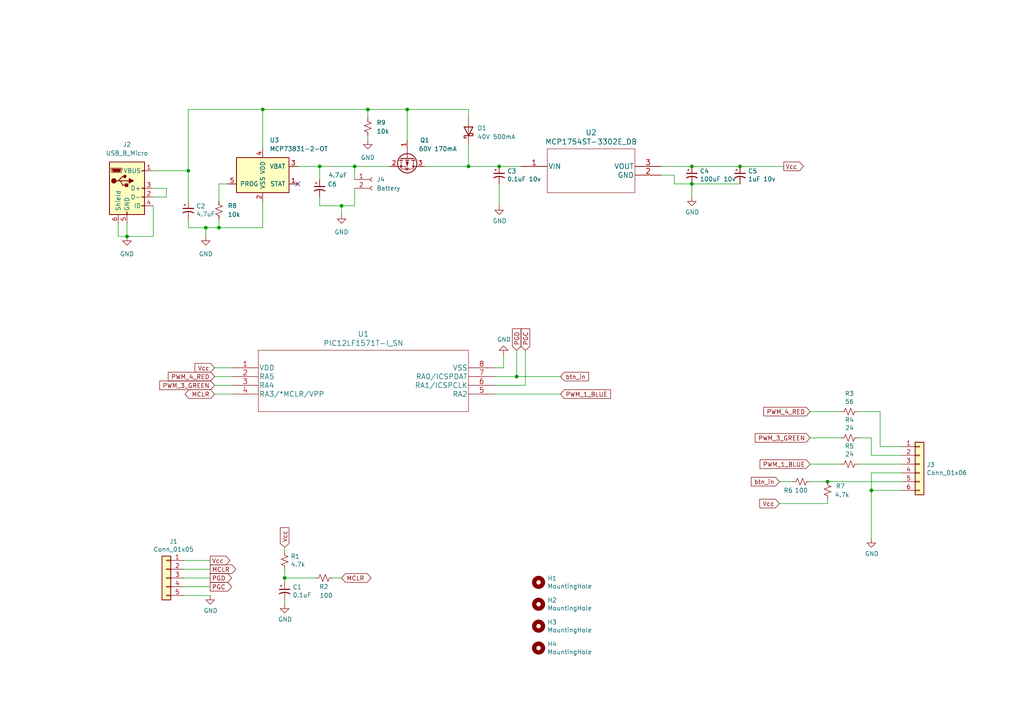
<source format=kicad_sch>
(kicad_sch (version 20211123) (generator eeschema)
  (paper "A4")
  (lib_symbols
    (symbol "Battery_Management:MCP73831-2-OT" (pin_names (offset 1.016))
      (property "Reference" "U" (at -7.62 6.35 0))
      (property "Value" "MCP73831-2-OT" (at 1.27 6.35 0))
      (symbol "MCP73831-2-OT_0_1"
        (rectangle (start -7.62 5.08) (end 7.62 -5.08) (stroke (width 0.254)) (fill (type background)))
      )
      (symbol "MCP73831-2-OT_1_1"
        (pin output line (at 10.16 -2.54 180) (length 2.54) (name "STAT") (number "1"))
        (pin power_in line (at 0 -7.62 90) (length 2.54) (name "VSS") (number "2"))
        (pin power_out line (at 10.16 2.54 180) (length 2.54) (name "VBAT") (number "3"))
        (pin power_in line (at 0 7.62 270) (length 2.54) (name "VDD") (number "4"))
        (pin input line (at -10.16 -2.54 0) (length 2.54) (name "PROG") (number "5"))
      )
    )
    (symbol "Connector:Conn_01x02_Female" (pin_names (offset 1.016) hide)
      (property "Reference" "J" (at 0 2.54 0))
      (property "Value" "Conn_01x02_Female" (at 0 -5.08 0))
      (symbol "Conn_01x02_Female_1_1"
        (arc (start 0 -2.032) (mid -0.508 -2.54) (end 0 -3.048) (stroke (width 0.1524)))
        (polyline (pts (xy -1.27 -2.54) (xy -0.508 -2.54)) (stroke (width 0.1524)))
        (polyline (pts (xy -1.27 0) (xy -0.508 0)) (stroke (width 0.1524)))
        (arc (start 0 0.508) (mid -0.508 0) (end 0 -0.508) (stroke (width 0.1524)))
        (pin passive line (at -5.08 0 0) (length 3.81) (name "Pin_1") (number "1"))
        (pin passive line (at -5.08 -2.54 0) (length 3.81) (name "Pin_2") (number "2"))
      )
    )
    (symbol "Connector:USB_B_Micro" (pin_names (offset 1.016))
      (property "Reference" "J" (at -5.08 11.43 0))
      (property "Value" "USB_B_Micro" (at -5.08 8.89 0))
      (symbol "USB_B_Micro_0_1"
        (rectangle (start -5.08 -7.62) (end 5.08 7.62) (stroke (width 0.254)) (fill (type background)))
        (circle (center -3.81 2.159) (radius 0.635) (stroke (width 0.254)) (fill (type outline)))
        (circle (center -0.635 3.429) (radius 0.381) (stroke (width 0.254)) (fill (type outline)))
        (rectangle (start -0.127 -7.62) (end 0.127 -6.858))
        (polyline (pts (xy -1.905 2.159) (xy 0.635 2.159)) (stroke (width 0.254)))
        (polyline (pts (xy -3.175 2.159) (xy -2.54 2.159) (xy -1.27 3.429) (xy -0.635 3.429)) (stroke (width 0.254)))
        (polyline (pts (xy -2.54 2.159) (xy -1.905 2.159) (xy -1.27 0.889) (xy 0 0.889)) (stroke (width 0.254)))
        (polyline (pts (xy 0.635 2.794) (xy 0.635 1.524) (xy 1.905 2.159) (xy 0.635 2.794)) (stroke (width 0.254)) (fill (type outline)))
        (polyline (pts (xy -4.318 5.588) (xy -1.778 5.588) (xy -2.032 4.826) (xy -4.064 4.826) (xy -4.318 5.588)) (fill (type outline)))
        (polyline (pts (xy -4.699 5.842) (xy -4.699 5.588) (xy -4.445 4.826) (xy -4.445 4.572) (xy -1.651 4.572) (xy -1.651 4.826) (xy -1.397 5.588) (xy -1.397 5.842) (xy -4.699 5.842)))
        (rectangle (start 0.254 1.27) (end -0.508 0.508) (stroke (width 0.254)) (fill (type outline)))
        (rectangle (start 5.08 -5.207) (end 4.318 -4.953))
        (rectangle (start 5.08 -2.667) (end 4.318 -2.413))
        (rectangle (start 5.08 -0.127) (end 4.318 0.127))
        (rectangle (start 5.08 4.953) (end 4.318 5.207))
      )
      (symbol "USB_B_Micro_1_1"
        (pin power_out line (at 7.62 5.08 180) (length 2.54) (name "VBUS") (number "1"))
        (pin bidirectional line (at 7.62 -2.54 180) (length 2.54) (name "D-") (number "2"))
        (pin bidirectional line (at 7.62 0 180) (length 2.54) (name "D+") (number "3"))
        (pin passive line (at 7.62 -5.08 180) (length 2.54) (name "ID") (number "4"))
        (pin power_out line (at 0 -10.16 90) (length 2.54) (name "GND") (number "5"))
        (pin passive line (at -2.54 -10.16 90) (length 2.54) (name "Shield") (number "6"))
      )
    )
    (symbol "Connector_Generic:Conn_01x05" (pin_names (offset 1.016) hide)
      (property "Reference" "J" (at 0 7.62 0))
      (property "Value" "Conn_01x05" (at 0 -7.62 0))
      (symbol "Conn_01x05_1_1"
        (rectangle (start -1.27 -4.953) (end 0 -5.207) (stroke (width 0.1524)))
        (rectangle (start -1.27 -2.413) (end 0 -2.667) (stroke (width 0.1524)))
        (rectangle (start -1.27 0.127) (end 0 -0.127) (stroke (width 0.1524)))
        (rectangle (start -1.27 2.667) (end 0 2.413) (stroke (width 0.1524)))
        (rectangle (start -1.27 5.207) (end 0 4.953) (stroke (width 0.1524)))
        (rectangle (start -1.27 6.35) (end 1.27 -6.35) (stroke (width 0.254)) (fill (type background)))
        (pin passive line (at -5.08 5.08 0) (length 3.81) (name "Pin_1") (number "1"))
        (pin passive line (at -5.08 2.54 0) (length 3.81) (name "Pin_2") (number "2"))
        (pin passive line (at -5.08 0 0) (length 3.81) (name "Pin_3") (number "3"))
        (pin passive line (at -5.08 -2.54 0) (length 3.81) (name "Pin_4") (number "4"))
        (pin passive line (at -5.08 -5.08 0) (length 3.81) (name "Pin_5") (number "5"))
      )
    )
    (symbol "Connector_Generic:Conn_01x06" (pin_names (offset 1.016) hide)
      (property "Reference" "J" (at 0 7.62 0))
      (property "Value" "Conn_01x06" (at 0 -10.16 0))
      (symbol "Conn_01x06_1_1"
        (rectangle (start -1.27 -7.493) (end 0 -7.747) (stroke (width 0.1524)))
        (rectangle (start -1.27 -4.953) (end 0 -5.207) (stroke (width 0.1524)))
        (rectangle (start -1.27 -2.413) (end 0 -2.667) (stroke (width 0.1524)))
        (rectangle (start -1.27 0.127) (end 0 -0.127) (stroke (width 0.1524)))
        (rectangle (start -1.27 2.667) (end 0 2.413) (stroke (width 0.1524)))
        (rectangle (start -1.27 5.207) (end 0 4.953) (stroke (width 0.1524)))
        (rectangle (start -1.27 6.35) (end 1.27 -8.89) (stroke (width 0.254)) (fill (type background)))
        (pin passive line (at -5.08 5.08 0) (length 3.81) (name "Pin_1") (number "1"))
        (pin passive line (at -5.08 2.54 0) (length 3.81) (name "Pin_2") (number "2"))
        (pin passive line (at -5.08 0 0) (length 3.81) (name "Pin_3") (number "3"))
        (pin passive line (at -5.08 -2.54 0) (length 3.81) (name "Pin_4") (number "4"))
        (pin passive line (at -5.08 -5.08 0) (length 3.81) (name "Pin_5") (number "5"))
        (pin passive line (at -5.08 -7.62 0) (length 3.81) (name "Pin_6") (number "6"))
      )
    )
    (symbol "Device:D_Schottky" (pin_numbers hide) (pin_names (offset 1.016) hide)
      (property "Reference" "D" (at 0 2.54 0))
      (property "Value" "D_Schottky" (at 0 -2.54 0))
      (symbol "D_Schottky_0_1"
        (polyline (pts (xy 1.27 0) (xy -1.27 0)))
        (polyline (pts (xy 1.27 1.27) (xy 1.27 -1.27) (xy -1.27 0) (xy 1.27 1.27)) (stroke (width 0.254)))
        (polyline (pts (xy -1.905 0.635) (xy -1.905 1.27) (xy -1.27 1.27) (xy -1.27 -1.27) (xy -0.635 -1.27) (xy -0.635 -0.635)) (stroke (width 0.254)))
      )
      (symbol "D_Schottky_1_1"
        (pin passive line (at -3.81 0 0) (length 2.54) (name "K") (number "1"))
        (pin passive line (at 3.81 0 180) (length 2.54) (name "A") (number "2"))
      )
    )
    (symbol "Device:Q_PMOS_GSD" (pin_names (offset 0) hide)
      (property "Reference" "Q" (at 5.08 1.27 0))
      (property "Value" "Q_PMOS_GSD" (at 5.08 -1.27 0))
      (symbol "Q_PMOS_GSD_0_1"
        (polyline (pts (xy 0.254 0) (xy -2.54 0)))
        (polyline (pts (xy 0.254 1.905) (xy 0.254 -1.905)) (stroke (width 0.254)))
        (polyline (pts (xy 0.762 -1.27) (xy 0.762 -2.286)) (stroke (width 0.254)))
        (polyline (pts (xy 0.762 0.508) (xy 0.762 -0.508)) (stroke (width 0.254)))
        (polyline (pts (xy 0.762 2.286) (xy 0.762 1.27)) (stroke (width 0.254)))
        (polyline (pts (xy 2.54 2.54) (xy 2.54 1.778)))
        (polyline (pts (xy 2.54 -2.54) (xy 2.54 0) (xy 0.762 0)))
        (polyline (pts (xy 0.762 1.778) (xy 3.302 1.778) (xy 3.302 -1.778) (xy 0.762 -1.778)))
        (polyline (pts (xy 2.286 0) (xy 1.27 0.381) (xy 1.27 -0.381) (xy 2.286 0)) (fill (type outline)))
        (polyline (pts (xy 2.794 -0.508) (xy 2.921 -0.381) (xy 3.683 -0.381) (xy 3.81 -0.254)))
        (polyline (pts (xy 3.302 -0.381) (xy 2.921 0.254) (xy 3.683 0.254) (xy 3.302 -0.381)))
        (circle (center 1.651 0) (radius 2.794) (stroke (width 0.254)))
        (circle (center 2.54 -1.778) (radius 0.254) (fill (type outline)))
        (circle (center 2.54 1.778) (radius 0.254) (fill (type outline)))
      )
      (symbol "Q_PMOS_GSD_1_1"
        (pin input line (at -5.08 0 0) (length 2.54) (name "G") (number "1"))
        (pin passive line (at 2.54 -5.08 90) (length 2.54) (name "S") (number "2"))
        (pin passive line (at 2.54 5.08 270) (length 2.54) (name "D") (number "3"))
      )
    )
    (symbol "Device:R_Small_US" (pin_numbers hide) (pin_names (offset 0.254) hide)
      (property "Reference" "R" (at 0.762 0.508 0))
      (property "Value" "R_Small_US" (at 0.762 -1.016 0))
      (symbol "R_Small_US_1_1"
        (polyline (pts (xy 0 0) (xy 1.016 -0.381) (xy 0 -0.762) (xy -1.016 -1.143) (xy 0 -1.524)))
        (polyline (pts (xy 0 1.524) (xy 1.016 1.143) (xy 0 0.762) (xy -1.016 0.381) (xy 0 0)))
        (pin passive line (at 0 2.54 270) (length 1.016) (name "~") (number "1"))
        (pin passive line (at 0 -2.54 90) (length 1.016) (name "~") (number "2"))
      )
    )
    (symbol "Mechanical:MountingHole" (pin_names (offset 1.016))
      (property "Reference" "H" (at 0 5.08 0))
      (property "Value" "MountingHole" (at 0 3.175 0))
      (symbol "MountingHole_0_1"
        (circle (center 0 0) (radius 1.27) (stroke (width 1.27)))
      )
    )
    (symbol "Pokeball_xs-rescue:CP1_Small-Device" (pin_numbers hide) (pin_names (offset 0.254) hide)
      (property "Reference" "C" (at 0.254 1.778 0))
      (property "Value" "CP1_Small-Device" (at 0.254 -2.032 0))
      (symbol "CP1_Small-Device_0_1"
        (polyline (pts (xy -1.524 0.508) (xy 1.524 0.508)) (stroke (width 0.3048)))
        (polyline (pts (xy -1.27 1.524) (xy -0.762 1.524)))
        (polyline (pts (xy -1.016 1.27) (xy -1.016 1.778)))
        (arc (start 1.524 -0.762) (mid 0 -0.3734) (end -1.524 -0.762) (stroke (width 0.3048)))
      )
      (symbol "CP1_Small-Device_1_1"
        (pin passive line (at 0 2.54 270) (length 2.032) (name "~") (number "1"))
        (pin passive line (at 0 -2.54 90) (length 2.032) (name "~") (number "2"))
      )
    )
    (symbol "Pokeball_xs-rescue:MCP1754ST-3302E_DB-MCP1754ST-3302E-DB" (pin_names (offset 0.254))
      (property "Reference" "U" (at 20.32 10.16 0))
      (property "Value" "MCP1754ST-3302E_DB-MCP1754ST-3302E-DB" (at 20.32 7.62 0))
      (symbol "MCP1754ST-3302E_DB-MCP1754ST-3302E-DB_1_1"
        (polyline (pts (xy 7.62 -7.62) (xy 33.02 -7.62)) (stroke (width 0.127)))
        (polyline (pts (xy 7.62 5.08) (xy 7.62 -7.62)) (stroke (width 0.127)))
        (polyline (pts (xy 33.02 -7.62) (xy 33.02 5.08)) (stroke (width 0.127)))
        (polyline (pts (xy 33.02 5.08) (xy 7.62 5.08)) (stroke (width 0.127)))
        (pin input line (at 0 0 0) (length 7.62) (name "VIN") (number "1"))
        (pin power_in line (at 40.64 -2.54 180) (length 7.62) (name "GND") (number "2"))
        (pin output line (at 40.64 0 180) (length 7.62) (name "VOUT") (number "3"))
      )
    )
    (symbol "Pokeball_xs-rescue:PIC12LF1571T-I_SN-PIC12LF1571T-I-SN" (pin_names (offset 0.254))
      (property "Reference" "U" (at 38.1 10.16 0))
      (property "Value" "PIC12LF1571T-I_SN-PIC12LF1571T-I-SN" (at 38.1 7.62 0))
      (symbol "PIC12LF1571T-I_SN-PIC12LF1571T-I-SN_1_1"
        (polyline (pts (xy 7.62 -12.7) (xy 68.58 -12.7)) (stroke (width 0.127)))
        (polyline (pts (xy 7.62 5.08) (xy 7.62 -12.7)) (stroke (width 0.127)))
        (polyline (pts (xy 68.58 -12.7) (xy 68.58 5.08)) (stroke (width 0.127)))
        (polyline (pts (xy 68.58 5.08) (xy 7.62 5.08)) (stroke (width 0.127)))
        (pin power_in line (at 0 0 0) (length 7.62) (name "VDD") (number "1"))
        (pin bidirectional line (at 0 -2.54 0) (length 7.62) (name "RA5") (number "2"))
        (pin bidirectional line (at 0 -5.08 0) (length 7.62) (name "RA4") (number "3"))
        (pin bidirectional line (at 0 -7.62 0) (length 7.62) (name "RA3/*MCLR/VPP") (number "4"))
        (pin bidirectional line (at 76.2 -7.62 180) (length 7.62) (name "RA2") (number "5"))
        (pin bidirectional line (at 76.2 -5.08 180) (length 7.62) (name "RA1/ICSPCLK") (number "6"))
        (pin bidirectional line (at 76.2 -2.54 180) (length 7.62) (name "RA0/ICSPDAT") (number "7"))
        (pin power_in line (at 76.2 0 180) (length 7.62) (name "VSS") (number "8"))
      )
    )
    (symbol "power:GND" (power) (pin_names (offset 0))
      (property "Value" "GND" (at 0 -3.81 0))
      (symbol "GND_0_1"
        (polyline (pts (xy 0 0) (xy 0 -1.27) (xy 1.27 -1.27) (xy 0 -2.54) (xy -1.27 -1.27) (xy 0 -1.27)))
      )
      (symbol "GND_1_1"
        (pin power_in line (at 0 0 270) (length 0) hide (name "GND") (number "1"))
      )
    )
  )
  (junction (at 252.73 142.24))
  (junction (at 102.87 48.26))
  (junction (at 63.5 66.04))
  (junction (at 214.63 48.26))
  (junction (at 36.83 68.58))
  (junction (at 200.66 53.34))
  (junction (at 92.71 48.26))
  (junction (at 54.61 49.53))
  (junction (at 59.69 66.04))
  (junction (at 149.86 109.22))
  (junction (at 200.66 48.26))
  (junction (at 144.78 48.26))
  (junction (at 135.89 48.26))
  (junction (at 76.2 31.75))
  (junction (at 118.11 31.75))
  (junction (at 106.68 31.75))
  (junction (at 82.55 167.64))
  (junction (at 99.06 59.69))
  (junction (at 240.03 139.7))
  (no_connect (at 86.36 53.34))
  (wire (pts (xy 252.73 142.24) (xy 252.73 137.16)))
  (wire (pts (xy 149.86 109.22) (xy 143.51 109.22)))
  (wire (pts (xy 106.68 31.75) (xy 106.68 34.29)))
  (wire (pts (xy 59.69 66.04) (xy 63.5 66.04)))
  (wire (pts (xy 144.78 48.26) (xy 151.13 48.26)))
  (wire (pts (xy 82.55 165.1) (xy 82.55 167.64)))
  (wire (pts (xy 118.11 31.75) (xy 135.89 31.75)))
  (wire (pts (xy 53.34 162.56) (xy 60.96 162.56)))
  (wire (pts (xy 53.34 170.18) (xy 60.96 170.18)))
  (wire (pts (xy 252.73 127) (xy 252.73 132.08)))
  (wire (pts (xy 135.89 41.91) (xy 135.89 48.26)))
  (wire (pts (xy 82.55 167.64) (xy 82.55 168.91)))
  (wire (pts (xy 82.55 167.64) (xy 91.44 167.64)))
  (wire (pts (xy 59.69 66.04) (xy 59.69 68.58)))
  (wire (pts (xy 252.73 137.16) (xy 261.62 137.16)))
  (wire (pts (xy 255.27 129.54) (xy 261.62 129.54)))
  (wire (pts (xy 76.2 31.75) (xy 54.61 31.75)))
  (wire (pts (xy 118.11 40.64) (xy 118.11 31.75)))
  (wire (pts (xy 34.29 64.77) (xy 34.29 68.58)))
  (wire (pts (xy 248.92 134.62) (xy 261.62 134.62)))
  (wire (pts (xy 63.5 53.34) (xy 66.04 53.34)))
  (wire (pts (xy 92.71 59.69) (xy 99.06 59.69)))
  (wire (pts (xy 62.23 111.76) (xy 67.31 111.76)))
  (wire (pts (xy 255.27 119.38) (xy 255.27 129.54)))
  (wire (pts (xy 92.71 48.26) (xy 102.87 48.26)))
  (wire (pts (xy 240.03 146.05) (xy 240.03 144.78)))
  (wire (pts (xy 102.87 54.61) (xy 102.87 59.69)))
  (wire (pts (xy 102.87 48.26) (xy 113.03 48.26)))
  (wire (pts (xy 63.5 66.04) (xy 63.5 63.5)))
  (wire (pts (xy 200.66 48.26) (xy 214.63 48.26)))
  (wire (pts (xy 252.73 156.21) (xy 252.73 142.24)))
  (wire (pts (xy 195.58 50.8) (xy 195.58 53.34)))
  (wire (pts (xy 44.45 49.53) (xy 54.61 49.53)))
  (wire (pts (xy 63.5 58.42) (xy 63.5 53.34)))
  (wire (pts (xy 54.61 31.75) (xy 54.61 49.53)))
  (wire (pts (xy 54.61 66.04) (xy 59.69 66.04)))
  (wire (pts (xy 76.2 58.42) (xy 76.2 66.04)))
  (wire (pts (xy 34.29 68.58) (xy 36.83 68.58)))
  (wire (pts (xy 248.92 119.38) (xy 255.27 119.38)))
  (wire (pts (xy 200.66 53.34) (xy 214.63 53.34)))
  (wire (pts (xy 214.63 48.26) (xy 227.33 48.26)))
  (wire (pts (xy 152.4 111.76) (xy 143.51 111.76)))
  (wire (pts (xy 135.89 34.29) (xy 135.89 31.75)))
  (wire (pts (xy 36.83 64.77) (xy 36.83 68.58)))
  (wire (pts (xy 106.68 39.37) (xy 106.68 40.64)))
  (wire (pts (xy 240.03 139.7) (xy 261.62 139.7)))
  (wire (pts (xy 53.34 167.64) (xy 60.96 167.64)))
  (wire (pts (xy 76.2 43.18) (xy 76.2 31.75)))
  (wire (pts (xy 102.87 48.26) (xy 102.87 52.07)))
  (wire (pts (xy 143.51 114.3) (xy 162.56 114.3)))
  (wire (pts (xy 118.11 31.75) (xy 106.68 31.75)))
  (wire (pts (xy 143.51 106.68) (xy 146.05 106.68)))
  (wire (pts (xy 96.52 167.64) (xy 99.06 167.64)))
  (wire (pts (xy 62.23 114.3) (xy 67.31 114.3)))
  (wire (pts (xy 248.92 127) (xy 252.73 127)))
  (wire (pts (xy 146.05 106.68) (xy 146.05 102.87)))
  (wire (pts (xy 62.23 106.68) (xy 67.31 106.68)))
  (wire (pts (xy 44.45 68.58) (xy 36.83 68.58)))
  (wire (pts (xy 99.06 59.69) (xy 99.06 62.23)))
  (wire (pts (xy 135.89 48.26) (xy 144.78 48.26)))
  (wire (pts (xy 234.95 127) (xy 243.84 127)))
  (wire (pts (xy 106.68 31.75) (xy 76.2 31.75)))
  (wire (pts (xy 252.73 132.08) (xy 261.62 132.08)))
  (wire (pts (xy 195.58 53.34) (xy 200.66 53.34)))
  (wire (pts (xy 261.62 142.24) (xy 252.73 142.24)))
  (wire (pts (xy 53.34 165.1) (xy 60.96 165.1)))
  (wire (pts (xy 44.45 54.61) (xy 48.26 54.61)))
  (wire (pts (xy 200.66 53.34) (xy 200.66 57.15)))
  (wire (pts (xy 234.95 119.38) (xy 243.84 119.38)))
  (wire (pts (xy 149.86 101.6) (xy 149.86 109.22)))
  (wire (pts (xy 234.95 134.62) (xy 243.84 134.62)))
  (wire (pts (xy 191.77 50.8) (xy 195.58 50.8)))
  (wire (pts (xy 149.86 109.22) (xy 162.56 109.22)))
  (wire (pts (xy 54.61 49.53) (xy 54.61 58.42)))
  (wire (pts (xy 53.34 172.72) (xy 60.96 172.72)))
  (wire (pts (xy 86.36 48.26) (xy 92.71 48.26)))
  (wire (pts (xy 234.95 139.7) (xy 240.03 139.7)))
  (wire (pts (xy 152.4 101.6) (xy 152.4 111.76)))
  (wire (pts (xy 226.06 139.7) (xy 229.87 139.7)))
  (wire (pts (xy 144.78 53.34) (xy 144.78 59.69)))
  (wire (pts (xy 76.2 66.04) (xy 63.5 66.04)))
  (wire (pts (xy 82.55 173.99) (xy 82.55 175.26)))
  (wire (pts (xy 191.77 48.26) (xy 200.66 48.26)))
  (wire (pts (xy 48.26 57.15) (xy 48.26 54.61)))
  (wire (pts (xy 226.06 146.05) (xy 240.03 146.05)))
  (wire (pts (xy 62.23 109.22) (xy 67.31 109.22)))
  (wire (pts (xy 92.71 48.26) (xy 92.71 52.07)))
  (wire (pts (xy 82.55 158.75) (xy 82.55 160.02)))
  (wire (pts (xy 135.89 48.26) (xy 123.19 48.26)))
  (wire (pts (xy 44.45 59.69) (xy 44.45 68.58)))
  (wire (pts (xy 54.61 63.5) (xy 54.61 66.04)))
  (wire (pts (xy 92.71 57.15) (xy 92.71 59.69)))
  (wire (pts (xy 102.87 59.69) (xy 99.06 59.69)))
  (wire (pts (xy 44.45 57.15) (xy 48.26 57.15)))
  (global_label "MCLR" (shape output) (at 60.96 165.1 0) (property "Intersheet References" "${INTERSHEET_REFS}" (effects hide)))
  (global_label "PGC" (shape output) (at 60.96 170.18 0) (property "Intersheet References" "${INTERSHEET_REFS}" (effects hide)))
  (global_label "Vcc" (shape input) (at 82.55 158.75 90) (property "Intersheet References" "${INTERSHEET_REFS}" (effects hide)))
  (global_label "btn_in" (shape input) (at 162.56 109.22 0) (property "Intersheet References" "${INTERSHEET_REFS}" (effects hide)))
  (global_label "Vcc" (shape output) (at 60.96 162.56 0) (property "Intersheet References" "${INTERSHEET_REFS}" (effects hide)))
  (global_label "Vcc" (shape output) (at 227.33 48.26 0) (property "Intersheet References" "${INTERSHEET_REFS}" (effects hide)))
  (global_label "PWM_3_GREEN" (shape input) (at 234.95 127 180) (property "Intersheet References" "${INTERSHEET_REFS}" (effects hide)))
  (global_label "PGD" (shape input) (at 149.86 101.6 90) (property "Intersheet References" "${INTERSHEET_REFS}" (effects hide)))
  (global_label "MCLR" (shape bidirectional) (at 99.06 167.64 0) (property "Intersheet References" "${INTERSHEET_REFS}" (effects hide)))
  (global_label "PWM_1_BLUE" (shape input) (at 234.95 134.62 180) (property "Intersheet References" "${INTERSHEET_REFS}" (effects hide)))
  (global_label "PWM_3_GREEN" (shape input) (at 62.23 111.76 180) (property "Intersheet References" "${INTERSHEET_REFS}" (effects hide)))
  (global_label "PGD" (shape output) (at 60.96 167.64 0) (property "Intersheet References" "${INTERSHEET_REFS}" (effects hide)))
  (global_label "PWM_4_RED" (shape input) (at 234.95 119.38 180) (property "Intersheet References" "${INTERSHEET_REFS}" (effects hide)))
  (global_label "btn_in" (shape input) (at 226.06 139.7 180) (property "Intersheet References" "${INTERSHEET_REFS}" (effects hide)))
  (global_label "Vcc" (shape input) (at 226.06 146.05 180) (property "Intersheet References" "${INTERSHEET_REFS}" (effects hide)))
  (global_label "MCLR" (shape bidirectional) (at 62.23 114.3 180) (property "Intersheet References" "${INTERSHEET_REFS}" (effects hide)))
  (global_label "PGC" (shape input) (at 152.4 101.6 90) (property "Intersheet References" "${INTERSHEET_REFS}" (effects hide)))
  (global_label "Vcc" (shape input) (at 62.23 106.68 180) (property "Intersheet References" "${INTERSHEET_REFS}" (effects hide)))
  (global_label "PWM_1_BLUE" (shape input) (at 162.56 114.3 0) (property "Intersheet References" "${INTERSHEET_REFS}" (effects hide)))
  (global_label "PWM_4_RED" (shape input) (at 62.23 109.22 180) (property "Intersheet References" "${INTERSHEET_REFS}" (effects hide)))
  (symbol (lib_id "Pokeball_xs-rescue:PIC12LF1571T-I_SN-PIC12LF1571T-I-SN") (at 67.31 106.68 0) (unit 1)
    (property "Reference" "U1" (at 105.41 96.8502 0) (effects (font (size 1.524 1.524))))
    (property "Value" "PIC12LF1571T-I_SN" (at 105.41 99.5426 0) (effects (font (size 1.524 1.524))))
    (property "Footprint" "PIC12LF1571T-I_SN:PIC12LF1571T-I&slash_SN" (effects hide))
  )
  (symbol (lib_id "Pokeball_xs-rescue:MCP1754ST-3302E_DB-MCP1754ST-3302E-DB") (at 151.13 48.26 0) (unit 1)
    (property "Reference" "U2" (at 171.45 38.4302 0) (effects (font (size 1.524 1.524))))
    (property "Value" "MCP1754ST-3302E_DB" (at 171.45 41.1226 0) (effects (font (size 1.524 1.524))))
    (property "Footprint" "MCP1754ST-3302E_DB:MCP1754ST-3302E&slash_DB" (effects hide))
  )
  (symbol (lib_id "Connector_Generic:Conn_01x05") (at 48.26 167.64 0) (mirror y) (unit 1)
    (property "Reference" "J1" (at 50.3428 157.0482 0))
    (property "Value" "Conn_01x05" (at 50.3428 159.3596 0))
    (property "Footprint" "Connector_PinHeader_1.00mm:PinHeader_1x05_P1.00mm_Vertical" (effects hide))
  )
  (symbol (lib_id "power:GND") (at 60.96 172.72 0) (unit 1)
    (property "Reference" "#PWR0101" (effects hide))
    (property "Value" "GND" (at 61.087 177.1142 0))
  )
  (symbol (lib_id "power:GND") (at 82.55 175.26 0) (unit 1)
    (property "Reference" "#PWR0102" (effects hide))
    (property "Value" "GND" (at 82.677 179.6542 0))
  )
  (symbol (lib_id "Device:R_Small_US") (at 82.55 162.56 0) (unit 1)
    (property "Reference" "R1" (at 84.2772 161.3916 0) (effects (justify left)))
    (property "Value" "4.7k" (at 84.2772 163.703 0) (effects (justify left)))
    (property "Footprint" "Resistor_SMD:R_0603_1608Metric" (effects hide))
  )
  (symbol (lib_id "Device:R_Small_US") (at 93.98 167.64 90) (unit 1)
    (property "Reference" "R2" (at 95.25 170.18 90) (effects (justify left)))
    (property "Value" "100" (at 96.52 172.72 90) (effects (justify left)))
    (property "Footprint" "Resistor_SMD:R_0603_1608Metric" (effects hide))
  )
  (symbol (lib_id "Pokeball_xs-rescue:CP1_Small-Device") (at 82.55 171.45 0) (unit 1)
    (property "Reference" "C1" (at 84.8614 170.2816 0) (effects (justify left)))
    (property "Value" "0.1uF" (at 84.8614 172.593 0) (effects (justify left)))
    (property "Footprint" "Capacitor_SMD:C_0603_1608Metric" (effects hide))
  )
  (symbol (lib_id "Mechanical:MountingHole") (at 156.21 168.91 0) (unit 1)
    (property "Reference" "H1" (at 158.75 167.7416 0) (effects (justify left)))
    (property "Value" "MountingHole" (at 158.75 170.053 0) (effects (justify left)))
    (property "Footprint" "MountingHole:MountingHole_4.3mm_M4" (effects hide))
  )
  (symbol (lib_id "Mechanical:MountingHole") (at 156.21 175.26 0) (unit 1)
    (property "Reference" "H2" (at 158.75 174.0916 0) (effects (justify left)))
    (property "Value" "MountingHole" (at 158.75 176.403 0) (effects (justify left)))
    (property "Footprint" "MountingHole:MountingHole_4.3mm_M4" (effects hide))
  )
  (symbol (lib_id "Mechanical:MountingHole") (at 156.21 181.61 0) (unit 1)
    (property "Reference" "H3" (at 158.75 180.4416 0) (effects (justify left)))
    (property "Value" "MountingHole" (at 158.75 182.753 0) (effects (justify left)))
    (property "Footprint" "MountingHole:MountingHole_4.3mm_M4" (effects hide))
  )
  (symbol (lib_id "Mechanical:MountingHole") (at 156.21 187.96 0) (unit 1)
    (property "Reference" "H4" (at 158.75 186.7916 0) (effects (justify left)))
    (property "Value" "MountingHole" (at 158.75 189.103 0) (effects (justify left)))
    (property "Footprint" "MountingHole:MountingHole_4.3mm_M4" (effects hide))
  )
  (symbol (lib_id "Connector_Generic:Conn_01x06") (at 266.7 134.62 0) (unit 1)
    (property "Reference" "J3" (at 268.732 134.8232 0) (effects (justify left)))
    (property "Value" "Conn_01x06" (at 268.732 137.1346 0) (effects (justify left)))
    (property "Footprint" "Connector_PinHeader_1.00mm:PinHeader_1x06_P1.00mm_Vertical" (effects hide))
  )
  (symbol (lib_id "Device:R_Small_US") (at 246.38 119.38 270) (unit 1)
    (property "Reference" "R3" (at 246.38 114.173 90))
    (property "Value" "56" (at 246.38 116.4844 90))
    (property "Footprint" "Resistor_SMD:R_0603_1608Metric" (effects hide))
  )
  (symbol (lib_id "Device:R_Small_US") (at 246.38 127 270) (unit 1)
    (property "Reference" "R4" (at 246.38 121.793 90))
    (property "Value" "24" (at 246.38 124.1044 90))
    (property "Footprint" "Resistor_SMD:R_0603_1608Metric" (effects hide))
  )
  (symbol (lib_id "Device:R_Small_US") (at 246.38 134.62 270) (unit 1)
    (property "Reference" "R5" (at 246.38 129.413 90))
    (property "Value" "24" (at 246.38 131.7244 90))
    (property "Footprint" "Resistor_SMD:R_0603_1608Metric" (effects hide))
  )
  (symbol (lib_id "Pokeball_xs-rescue:CP1_Small-Device") (at 214.63 50.8 0) (unit 1)
    (property "Reference" "C5" (at 216.9414 49.6316 0) (effects (justify left)))
    (property "Value" "1uF 10v" (at 216.9414 51.943 0) (effects (justify left)))
    (property "Footprint" "Capacitor_SMD:C_0603_1608Metric" (effects hide))
  )
  (symbol (lib_id "Pokeball_xs-rescue:CP1_Small-Device") (at 200.66 50.8 0) (unit 1)
    (property "Reference" "C4" (at 202.9714 49.6316 0) (effects (justify left)))
    (property "Value" "100uF 10v" (at 202.9714 51.943 0) (effects (justify left)))
    (property "Footprint" "Capacitor_SMD:C_0603_1608Metric" (effects hide))
  )
  (symbol (lib_id "Pokeball_xs-rescue:CP1_Small-Device") (at 144.78 50.8 0) (unit 1)
    (property "Reference" "C3" (at 147.0914 49.6316 0) (effects (justify left)))
    (property "Value" "0.1uF 10v" (at 147.0914 51.943 0) (effects (justify left)))
    (property "Footprint" "Capacitor_SMD:C_0603_1608Metric" (effects hide))
  )
  (symbol (lib_id "power:GND") (at 144.78 59.69 0) (unit 1)
    (property "Reference" "#PWR0103" (effects hide))
    (property "Value" "GND" (at 144.907 64.0842 0))
  )
  (symbol (lib_id "power:GND") (at 200.66 57.15 0) (unit 1)
    (property "Reference" "#PWR0104" (effects hide))
    (property "Value" "GND" (at 200.787 61.5442 0))
  )
  (symbol (lib_id "power:GND") (at 146.05 102.87 0) (mirror x) (unit 1)
    (property "Reference" "#PWR0105" (effects hide))
    (property "Value" "GND" (at 146.177 98.4758 0))
  )
  (symbol (lib_id "power:GND") (at 252.73 156.21 0) (unit 1)
    (property "Reference" "#PWR0106" (effects hide))
    (property "Value" "GND" (at 252.857 160.6042 0))
  )
  (symbol (lib_id "Device:R_Small_US") (at 240.03 142.24 180) (unit 1)
    (property "Reference" "R7" (at 245.11 140.97 0) (effects (justify left)))
    (property "Value" "4.7k" (at 246.38 143.51 0) (effects (justify left)))
    (property "Footprint" "Resistor_SMD:R_0603_1608Metric" (effects hide))
  )
  (symbol (lib_id "Device:R_Small_US") (at 232.41 139.7 270) (unit 1)
    (property "Reference" "R6" (at 228.6 142.24 90))
    (property "Value" "100" (at 232.41 142.24 90))
    (property "Footprint" "Resistor_SMD:R_0603_1608Metric" (effects hide))
  )
  (symbol (lib_id "Device:D_Schottky") (at 135.89 38.1 90) (unit 1)
    (property "Reference" "D1" (at 138.43 37.1474 90) (effects (justify right)))
    (property "Value" "40V 500mA" (at 138.43 39.6874 90) (effects (justify right)))
    (property "Footprint" "Diode_SMD:D_SOD-123" (effects hide))
  )
  (symbol (lib_id "Connector:Conn_01x02_Female") (at 107.95 52.07 0) (unit 1)
    (property "Reference" "J4" (at 109.22 52.0699 0) (effects (justify left)))
    (property "Value" "Battery" (at 109.22 54.6099 0) (effects (justify left)))
    (property "Footprint" "Connector_PinSocket_2.54mm:PinSocket_1x02_P2.54mm_Vertical" (effects hide))
  )
  (symbol (lib_id "Device:R_Small_US") (at 106.68 36.83 0) (unit 1)
    (property "Reference" "R9" (at 109.22 35.5599 0) (effects (justify left)))
    (property "Value" "10k" (at 109.22 38.0999 0) (effects (justify left)))
    (property "Footprint" "Resistor_SMD:R_0603_1608Metric" (effects hide))
  )
  (symbol (lib_id "power:GND") (at 59.69 68.58 0) (unit 1)
    (property "Reference" "#PWR02" (effects hide))
    (property "Value" "GND" (at 59.69 73.66 0))
  )
  (symbol (lib_id "Pokeball_xs-rescue:CP1_Small-Device") (at 54.61 60.96 0) (unit 1)
    (property "Reference" "C2" (at 56.9214 59.7916 0) (effects (justify left)))
    (property "Value" "4.7uF" (at 56.9214 62.103 0) (effects (justify left)))
    (property "Footprint" "Capacitor_SMD:C_0603_1608Metric" (effects hide))
  )
  (symbol (lib_id "Battery_Management:MCP73831-2-OT") (at 76.2 50.8 0) (unit 1)
    (property "Reference" "U3" (at 78.2194 40.64 0) (effects (justify left)))
    (property "Value" "MCP73831-2-OT" (at 78.2194 43.18 0) (effects (justify left)))
    (property "Footprint" "Package_TO_SOT_SMD:SOT-23-5" (effects hide))
    (property "Datasheet" "http://ww1.microchip.com/downloads/en/DeviceDoc/20001984g.pdf" (effects hide))
  )
  (symbol (lib_id "Connector:USB_B_Micro") (at 36.83 54.61 0) (unit 1)
    (property "Reference" "J2" (at 36.83 41.91 0))
    (property "Value" "USB_B_Micro" (at 36.83 44.45 0))
    (property "Footprint" "Connector_USB:USB_Micro-AB_Molex_47590-0001" (effects hide))
  )
  (symbol (lib_id "Device:R_Small_US") (at 63.5 60.96 0) (unit 1)
    (property "Reference" "R8" (at 66.04 59.6899 0) (effects (justify left)))
    (property "Value" "10k" (at 66.04 62.2299 0) (effects (justify left)))
    (property "Footprint" "Resistor_SMD:R_0603_1608Metric" (effects hide))
  )
  (symbol (lib_id "power:GND") (at 36.83 68.58 0) (unit 1)
    (property "Reference" "#PWR01" (effects hide))
    (property "Value" "GND" (at 36.83 73.66 0))
  )
  (symbol (lib_id "Device:Q_PMOS_GSD") (at 118.11 45.72 270) (unit 1)
    (property "Reference" "Q1" (at 123.19 40.64 90))
    (property "Value" "60V 170mA " (at 127 43.18 90))
    (property "Footprint" "Package_TO_SOT_SMD:TSOT-23" (effects hide))
  )
  (symbol (lib_id "power:GND") (at 106.68 40.64 0) (unit 1)
    (property "Reference" "#PWR04" (effects hide))
    (property "Value" "GND" (at 106.68 45.72 0))
  )
  (symbol (lib_id "power:GND") (at 99.06 62.23 0) (unit 1)
    (property "Reference" "#PWR03" (effects hide))
    (property "Value" "GND" (at 99.06 67.31 0))
  )
  (symbol (lib_id "Pokeball_xs-rescue:CP1_Small-Device") (at 92.71 54.61 0) (unit 1)
    (property "Reference" "C6" (at 95.0214 53.4416 0) (effects (justify left)))
    (property "Value" "4.7uF" (at 95.25 50.8 0) (effects (justify left)))
    (property "Footprint" "Capacitor_SMD:C_0603_1608Metric" (effects hide))
  )
)
</source>
